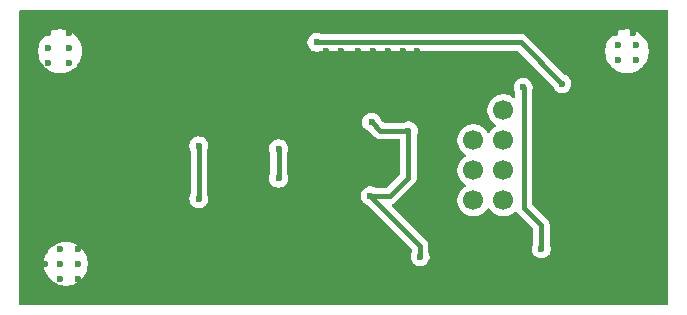
<source format=gbr>
%TF.GenerationSoftware,KiCad,Pcbnew,9.0.1-1.fc42*%
%TF.CreationDate,2025-04-12T13:57:23+02:00*%
%TF.ProjectId,ADF4158_PCB,41444634-3135-4385-9f50-43422e6b6963,rev?*%
%TF.SameCoordinates,Original*%
%TF.FileFunction,Copper,L2,Bot*%
%TF.FilePolarity,Positive*%
%FSLAX46Y46*%
G04 Gerber Fmt 4.6, Leading zero omitted, Abs format (unit mm)*
G04 Created by KiCad (PCBNEW 9.0.1-1.fc42) date 2025-04-12 13:57:23*
%MOMM*%
%LPD*%
G01*
G04 APERTURE LIST*
%TA.AperFunction,SMDPad,CuDef*%
%ADD10R,1.800000X4.200000*%
%TD*%
%TA.AperFunction,HeatsinkPad*%
%ADD11C,0.500000*%
%TD*%
%TA.AperFunction,HeatsinkPad*%
%ADD12R,1.680000X1.680000*%
%TD*%
%TA.AperFunction,SMDPad,CuDef*%
%ADD13R,4.200000X1.800000*%
%TD*%
%TA.AperFunction,ComponentPad*%
%ADD14R,1.700000X1.700000*%
%TD*%
%TA.AperFunction,ComponentPad*%
%ADD15C,1.700000*%
%TD*%
%TA.AperFunction,ViaPad*%
%ADD16C,0.600000*%
%TD*%
%TA.AperFunction,Conductor*%
%ADD17C,0.400000*%
%TD*%
G04 APERTURE END LIST*
D10*
%TO.P,J3,2,Ext*%
%TO.N,GND*%
X151700000Y-110900000D03*
X146300000Y-110900000D03*
%TD*%
D11*
%TO.P,U7,17,GND*%
%TO.N,GND*%
X169590000Y-101670000D03*
X170770000Y-101670000D03*
D12*
X170180000Y-101080000D03*
D11*
X169590000Y-100490000D03*
X170770000Y-100490000D03*
%TD*%
D13*
%TO.P,J2,2,Ext*%
%TO.N,GND*%
X124600000Y-104700000D03*
X124600000Y-99300000D03*
%TD*%
D14*
%TO.P,J1,1,Pin_1*%
%TO.N,GND*%
X161000000Y-96500000D03*
D15*
%TO.P,J1,2,Pin_2*%
%TO.N,/Connectors/power*%
X163540000Y-96500000D03*
%TO.P,J1,3,Pin_3*%
%TO.N,/muxout*%
X161000000Y-99040000D03*
%TO.P,J1,4,Pin_4*%
%TO.N,/ADF4158 + HMC391/le*%
X163540000Y-99040000D03*
%TO.P,J1,5,Pin_5*%
%TO.N,/ADF4158 + HMC391/data*%
X161000000Y-101580000D03*
%TO.P,J1,6,Pin_6*%
%TO.N,/ADF4158 + HMC391/clk*%
X163540000Y-101580000D03*
%TO.P,J1,7,Pin_7*%
%TO.N,/ADF4158 + HMC391/ce*%
X161000000Y-104120000D03*
%TO.P,J1,8,Pin_8*%
%TO.N,/ADF4158 + HMC391/txdata*%
X163540000Y-104120000D03*
%TD*%
D16*
%TO.N,+3V3*%
X155500000Y-98250000D03*
X152375000Y-97500000D03*
X156483602Y-108890226D03*
X152250000Y-103750000D03*
%TO.N,GND*%
X176250000Y-89750000D03*
X126750000Y-95500000D03*
X164750000Y-107250000D03*
X126000000Y-112000000D03*
X136500000Y-89000000D03*
X130500000Y-100750000D03*
X123500000Y-110750000D03*
X127500000Y-108250000D03*
X138500000Y-94750000D03*
X176500000Y-102500000D03*
X176250000Y-93500000D03*
X128500000Y-97000000D03*
X171000000Y-95500000D03*
X126750000Y-97000000D03*
X160250000Y-106500000D03*
X160700000Y-91800000D03*
X123500000Y-94000000D03*
X129000000Y-106000000D03*
X140750000Y-112250000D03*
X152500000Y-89000000D03*
X136100000Y-92600000D03*
X156250000Y-89000000D03*
X135800000Y-109200000D03*
X156250000Y-93250000D03*
X167000000Y-90500000D03*
X139000000Y-100750000D03*
X171500000Y-90000000D03*
X170750000Y-89000000D03*
X163250000Y-110750000D03*
X166250000Y-89000000D03*
X139500000Y-101750000D03*
X143800000Y-106500000D03*
X132000000Y-103250000D03*
X132000000Y-109500000D03*
X140500000Y-101750000D03*
X134800000Y-105200000D03*
X175500000Y-102500000D03*
X150500000Y-107250000D03*
X132000000Y-100750000D03*
X144250000Y-98000000D03*
X136500000Y-109300000D03*
X147000000Y-89000000D03*
X132400000Y-106300000D03*
X168500000Y-90500000D03*
X145800000Y-108500000D03*
X126000000Y-106000000D03*
X123500000Y-92500000D03*
X144250000Y-105000000D03*
X137300000Y-109300000D03*
X125000000Y-89000000D03*
X124750000Y-108250000D03*
X139200000Y-106700000D03*
X176750000Y-108500000D03*
X174000000Y-112000000D03*
X164750000Y-108250000D03*
X131250000Y-103250000D03*
X175750000Y-107750000D03*
X163250000Y-108250000D03*
X172500000Y-110750000D03*
X149100000Y-106600000D03*
X134800000Y-104500000D03*
X133250000Y-112000000D03*
X169250000Y-89000000D03*
X152000000Y-106250000D03*
X138900000Y-109300000D03*
X125000000Y-90000000D03*
X176250000Y-97000000D03*
X123500000Y-91250000D03*
X134500000Y-89000000D03*
X147100000Y-107700000D03*
X176500000Y-104000000D03*
X130500000Y-89000000D03*
X130500000Y-109500000D03*
X160250000Y-112000000D03*
X158250000Y-97500000D03*
X129750000Y-100750000D03*
X152500000Y-91500000D03*
X141000000Y-100750000D03*
X176250000Y-98000000D03*
X132500000Y-90000000D03*
X133250000Y-110750000D03*
X168500000Y-95500000D03*
X176750000Y-112000000D03*
X129000000Y-109500000D03*
X135000000Y-100750000D03*
X153250000Y-92250000D03*
X126750000Y-89000000D03*
X175750000Y-106250000D03*
X124750000Y-112000000D03*
X130500000Y-110750000D03*
X136200000Y-106600000D03*
X123500000Y-108250000D03*
X129000000Y-108250000D03*
X159250000Y-97750000D03*
X125000000Y-95500000D03*
X123500000Y-106000000D03*
X138250000Y-112250000D03*
X132500000Y-94000000D03*
X172000000Y-92250000D03*
X164750000Y-110750000D03*
X147500000Y-99250000D03*
X138000000Y-98500000D03*
X155250000Y-104500000D03*
X172500000Y-112000000D03*
X154500000Y-89000000D03*
X134500000Y-112250000D03*
X130500000Y-91250000D03*
X176250000Y-99250000D03*
X145100000Y-105900000D03*
X144250000Y-96750000D03*
X175500000Y-96000000D03*
X136100000Y-93400000D03*
X161900000Y-106200000D03*
X125000000Y-94000000D03*
X176250000Y-92250000D03*
X128250000Y-103250000D03*
X150800000Y-106300000D03*
X141750000Y-93500000D03*
X158700000Y-92800000D03*
X175250000Y-99250000D03*
X136000000Y-96500000D03*
X134400000Y-108600000D03*
X164750000Y-89000000D03*
X137000000Y-97500000D03*
X131100000Y-94000000D03*
X168000000Y-112000000D03*
X140500000Y-109300000D03*
X172000000Y-95000000D03*
X127500000Y-100500000D03*
X129000000Y-112000000D03*
X148500000Y-91500000D03*
X143250000Y-99500000D03*
X165000000Y-106000000D03*
X174500000Y-90000000D03*
X159750000Y-89000000D03*
X127500000Y-107000000D03*
X143700000Y-109200000D03*
X135600000Y-106300000D03*
X140750000Y-93500000D03*
X163250000Y-89000000D03*
X134750000Y-103750000D03*
X172500000Y-96250000D03*
X149750000Y-91500000D03*
X173000000Y-103500000D03*
X132000000Y-110750000D03*
X129750000Y-92000000D03*
X124750000Y-107000000D03*
X155500000Y-96000000D03*
X173500000Y-102500000D03*
X133300000Y-92800000D03*
X147500000Y-103750000D03*
X159250000Y-95750000D03*
X154100000Y-100000000D03*
X128500000Y-91250000D03*
X149000000Y-92750000D03*
X138100000Y-109300000D03*
X174750000Y-95000000D03*
X146000000Y-96750000D03*
X124750000Y-106000000D03*
X158500000Y-112000000D03*
X134250000Y-100750000D03*
X129750000Y-103250000D03*
X142900000Y-109300000D03*
X171500000Y-97500000D03*
X129000000Y-103250000D03*
X126750000Y-100250000D03*
X175500000Y-110750000D03*
X155000000Y-112000000D03*
X161500000Y-89000000D03*
X132200000Y-105600000D03*
X174750000Y-91000000D03*
X126750000Y-90000000D03*
X155000000Y-91500000D03*
X176750000Y-106750000D03*
X123500000Y-90000000D03*
X147750000Y-92750000D03*
X127500000Y-106000000D03*
X125000000Y-91250000D03*
X139500000Y-98500000D03*
X163250000Y-109500000D03*
X156000000Y-105500000D03*
X176250000Y-100250000D03*
X153750000Y-91500000D03*
X155000000Y-110750000D03*
X144400000Y-109000000D03*
X170500000Y-94500000D03*
X133500000Y-100750000D03*
X176250000Y-91000000D03*
X150000000Y-94250000D03*
X171000000Y-93000000D03*
X169750000Y-95500000D03*
X166250000Y-110750000D03*
X146900000Y-104300000D03*
X146750000Y-97750000D03*
X133800000Y-108100000D03*
X140800000Y-106700000D03*
X132200000Y-104800000D03*
X137600000Y-106700000D03*
X169250000Y-91500000D03*
X144500000Y-93500000D03*
X145700000Y-105500000D03*
X176750000Y-110250000D03*
X143000000Y-89000000D03*
X175250000Y-89000000D03*
X149250000Y-107500000D03*
X148750000Y-94250000D03*
X173250000Y-92250000D03*
X144500000Y-106300000D03*
X163500000Y-91800000D03*
X153250000Y-112000000D03*
X136750000Y-104250000D03*
X157000000Y-110750000D03*
X126000000Y-107000000D03*
X124750000Y-110750000D03*
X166250000Y-109500000D03*
X174000000Y-103500000D03*
X148750000Y-89000000D03*
X171500000Y-96500000D03*
X142000000Y-112250000D03*
X174000000Y-96000000D03*
X156250000Y-91500000D03*
X137000000Y-96500000D03*
X164750000Y-112000000D03*
X130500000Y-112000000D03*
X176500000Y-105250000D03*
X147750000Y-94750000D03*
X153250000Y-110750000D03*
X138750000Y-89000000D03*
X123500000Y-107000000D03*
X141600000Y-106700000D03*
X159900000Y-92800000D03*
X141300000Y-109300000D03*
X152000000Y-92750000D03*
X152500000Y-101600000D03*
X124750000Y-109500000D03*
X142250000Y-105250000D03*
X163250000Y-112000000D03*
X131250000Y-100750000D03*
X169500000Y-112000000D03*
X160250000Y-110750000D03*
X166250000Y-112000000D03*
X146500000Y-108100000D03*
X132000000Y-112000000D03*
X134500000Y-90000000D03*
X128250000Y-100750000D03*
X123500000Y-89000000D03*
X129000000Y-110750000D03*
X132500000Y-89000000D03*
X172000000Y-91000000D03*
X135750000Y-112250000D03*
X173250000Y-91000000D03*
X147600000Y-107200000D03*
X170000000Y-90500000D03*
X164750000Y-109500000D03*
X136900000Y-106700000D03*
X139700000Y-109300000D03*
X154000000Y-101500000D03*
X126750000Y-92500000D03*
X148000000Y-103250000D03*
X140750000Y-89000000D03*
X132500000Y-92400000D03*
X136000000Y-103250000D03*
X149250000Y-101750000D03*
X145000000Y-89000000D03*
X148200000Y-106600000D03*
X173750000Y-89000000D03*
X135100000Y-105800000D03*
X128500000Y-89000000D03*
X123500000Y-97000000D03*
X144500000Y-112250000D03*
X158700000Y-91800000D03*
X176250000Y-95000000D03*
X123500000Y-95500000D03*
X126000000Y-109500000D03*
X132500000Y-91250000D03*
X128500000Y-95500000D03*
X173250000Y-95000000D03*
X151000000Y-93750000D03*
X162250000Y-97750000D03*
X175500000Y-112000000D03*
X143250000Y-105250000D03*
X146300000Y-104900000D03*
X169500000Y-110750000D03*
X128500000Y-94000000D03*
X131500000Y-92000000D03*
X126750000Y-91250000D03*
X139750000Y-93500000D03*
X170750000Y-91500000D03*
X152750000Y-95750000D03*
X175250000Y-103750000D03*
X168500000Y-102500000D03*
X159250000Y-96750000D03*
X135750000Y-100750000D03*
X143250000Y-112250000D03*
X126000000Y-110750000D03*
X155500000Y-92500000D03*
X127500000Y-112000000D03*
X161750000Y-112000000D03*
X174750000Y-93500000D03*
X142100000Y-109300000D03*
X142250000Y-99500000D03*
X172250000Y-89000000D03*
X158500000Y-111000000D03*
X151250000Y-91500000D03*
X131100000Y-92800000D03*
X159250000Y-106500000D03*
X158000000Y-89000000D03*
X161750000Y-109500000D03*
X136500000Y-90000000D03*
X135250000Y-103250000D03*
X128500000Y-90000000D03*
X150500000Y-92750000D03*
X127500000Y-103500000D03*
X176250000Y-101250000D03*
X126750000Y-103750000D03*
X141750000Y-98750000D03*
X129000000Y-100750000D03*
X150500000Y-99500000D03*
X126750000Y-94000000D03*
X132700000Y-107000000D03*
X145100000Y-108800000D03*
X145250000Y-97500000D03*
X123500000Y-109500000D03*
X161750000Y-110750000D03*
X152500000Y-100000000D03*
X136750000Y-103250000D03*
X173250000Y-99250000D03*
X151750000Y-95750000D03*
X171000000Y-110750000D03*
X157300000Y-107200000D03*
X171000000Y-112000000D03*
X175250000Y-105000000D03*
X158250000Y-106500000D03*
X123500000Y-112000000D03*
X167750000Y-91500000D03*
X167750000Y-89000000D03*
X144500000Y-92500000D03*
X174250000Y-99250000D03*
X174500000Y-102500000D03*
X138400000Y-106700000D03*
X128500000Y-92500000D03*
X172000000Y-93500000D03*
X172500000Y-102500000D03*
X130500000Y-103250000D03*
X141000000Y-102750000D03*
X148000000Y-108000000D03*
X156750000Y-112000000D03*
X142250000Y-98000000D03*
X130500000Y-108250000D03*
X143100000Y-106700000D03*
X137000000Y-112250000D03*
X127500000Y-110750000D03*
X133200000Y-107600000D03*
X125000000Y-97000000D03*
X125000000Y-92500000D03*
X139500000Y-112250000D03*
X132250000Y-104000000D03*
X126000000Y-108250000D03*
X174000000Y-110750000D03*
X168000000Y-110750000D03*
X140000000Y-106700000D03*
X150500000Y-89000000D03*
X129000000Y-107000000D03*
X152000000Y-107250000D03*
X127500000Y-109500000D03*
X139000000Y-102750000D03*
X130500000Y-90000000D03*
X142400000Y-106700000D03*
X174750000Y-92250000D03*
X173250000Y-93500000D03*
X132750000Y-100750000D03*
X136500000Y-100750000D03*
X173000000Y-90000000D03*
X138500000Y-95500000D03*
X135100000Y-108900000D03*
%TO.N,+10V*%
X144500000Y-99750000D03*
X144500000Y-102250000D03*
%TO.N,+3V0*%
X137750000Y-99500000D03*
X137750000Y-104000000D03*
%TO.N,+12V*%
X168500000Y-94250000D03*
X147750000Y-90750000D03*
%TO.N,+5V*%
X166750000Y-108250000D03*
X165201969Y-94551969D03*
%TD*%
D17*
%TO.N,+3V3*%
X155500000Y-102200000D02*
X155500000Y-98250000D01*
X155500000Y-98250000D02*
X153125000Y-98250000D01*
X152250000Y-103750000D02*
X156483602Y-107983602D01*
X153950000Y-103750000D02*
X155500000Y-102200000D01*
X153125000Y-98250000D02*
X152375000Y-97500000D01*
X156483602Y-107983602D02*
X156483602Y-108890226D01*
X152250000Y-103750000D02*
X153950000Y-103750000D01*
%TO.N,+10V*%
X144500000Y-99750000D02*
X144500000Y-102250000D01*
%TO.N,+3V0*%
X137750000Y-99500000D02*
X137750000Y-104000000D01*
%TO.N,+12V*%
X168500000Y-94250000D02*
X165000000Y-90750000D01*
X165000000Y-90750000D02*
X147750000Y-90750000D01*
%TO.N,+5V*%
X165201969Y-94551969D02*
X165250000Y-94600000D01*
X166750000Y-106250000D02*
X166750000Y-108250000D01*
X165250000Y-104750000D02*
X166750000Y-106250000D01*
X165250000Y-94600000D02*
X165250000Y-104750000D01*
%TD*%
%TA.AperFunction,Conductor*%
%TO.N,GND*%
G36*
X177442539Y-88020185D02*
G01*
X177488294Y-88072989D01*
X177499500Y-88124500D01*
X177499500Y-112875500D01*
X177479815Y-112942539D01*
X177427011Y-112988294D01*
X177375500Y-112999500D01*
X122624500Y-112999500D01*
X122557461Y-112979815D01*
X122511706Y-112927011D01*
X122500500Y-112875500D01*
X122500500Y-109378711D01*
X124649500Y-109378711D01*
X124649500Y-109621288D01*
X124681161Y-109861785D01*
X124743947Y-110096104D01*
X124836773Y-110320205D01*
X124836776Y-110320212D01*
X124958064Y-110530289D01*
X124958066Y-110530292D01*
X124958067Y-110530293D01*
X125105733Y-110722736D01*
X125105739Y-110722743D01*
X125277256Y-110894260D01*
X125277262Y-110894265D01*
X125469711Y-111041936D01*
X125679788Y-111163224D01*
X125903900Y-111256054D01*
X126138211Y-111318838D01*
X126318586Y-111342584D01*
X126378711Y-111350500D01*
X126378712Y-111350500D01*
X126621289Y-111350500D01*
X126669388Y-111344167D01*
X126861789Y-111318838D01*
X127096100Y-111256054D01*
X127320212Y-111163224D01*
X127530289Y-111041936D01*
X127722738Y-110894265D01*
X127894265Y-110722738D01*
X128041936Y-110530289D01*
X128163224Y-110320212D01*
X128256054Y-110096100D01*
X128318838Y-109861789D01*
X128350500Y-109621288D01*
X128350500Y-109378712D01*
X128318838Y-109138211D01*
X128256054Y-108903900D01*
X128163224Y-108679788D01*
X128041936Y-108469711D01*
X127930988Y-108325120D01*
X127894266Y-108277263D01*
X127894260Y-108277256D01*
X127722743Y-108105739D01*
X127722736Y-108105733D01*
X127530293Y-107958067D01*
X127530292Y-107958066D01*
X127530289Y-107958064D01*
X127320212Y-107836776D01*
X127320205Y-107836773D01*
X127096104Y-107743947D01*
X126861785Y-107681161D01*
X126621289Y-107649500D01*
X126621288Y-107649500D01*
X126378712Y-107649500D01*
X126378711Y-107649500D01*
X126138214Y-107681161D01*
X125903895Y-107743947D01*
X125679794Y-107836773D01*
X125679785Y-107836777D01*
X125469706Y-107958067D01*
X125277263Y-108105733D01*
X125277256Y-108105739D01*
X125105739Y-108277256D01*
X125105733Y-108277263D01*
X124958067Y-108469706D01*
X124836777Y-108679785D01*
X124836773Y-108679794D01*
X124743947Y-108903895D01*
X124681161Y-109138214D01*
X124649500Y-109378711D01*
X122500500Y-109378711D01*
X122500500Y-99421153D01*
X136949500Y-99421153D01*
X136949500Y-99578846D01*
X136980261Y-99733489D01*
X136980264Y-99733501D01*
X137040061Y-99877864D01*
X137049500Y-99925316D01*
X137049500Y-103574684D01*
X137040061Y-103622136D01*
X136980264Y-103766498D01*
X136980261Y-103766510D01*
X136949500Y-103921153D01*
X136949500Y-104078846D01*
X136980261Y-104233489D01*
X136980264Y-104233501D01*
X137040602Y-104379172D01*
X137040609Y-104379185D01*
X137128210Y-104510288D01*
X137128213Y-104510292D01*
X137239707Y-104621786D01*
X137239711Y-104621789D01*
X137370814Y-104709390D01*
X137370827Y-104709397D01*
X137472385Y-104751463D01*
X137516503Y-104769737D01*
X137671153Y-104800499D01*
X137671156Y-104800500D01*
X137671158Y-104800500D01*
X137828844Y-104800500D01*
X137828845Y-104800499D01*
X137983497Y-104769737D01*
X138129179Y-104709394D01*
X138260289Y-104621789D01*
X138371789Y-104510289D01*
X138459394Y-104379179D01*
X138519737Y-104233497D01*
X138550500Y-104078842D01*
X138550500Y-103921158D01*
X138550500Y-103921155D01*
X138550499Y-103921153D01*
X138519738Y-103766510D01*
X138519737Y-103766503D01*
X138480242Y-103671153D01*
X151449500Y-103671153D01*
X151449500Y-103828846D01*
X151480261Y-103983489D01*
X151480264Y-103983501D01*
X151540602Y-104129172D01*
X151540609Y-104129185D01*
X151628210Y-104260288D01*
X151628213Y-104260292D01*
X151739707Y-104371786D01*
X151739711Y-104371789D01*
X151870814Y-104459390D01*
X151870827Y-104459397D01*
X152015187Y-104519192D01*
X152055416Y-104546072D01*
X155746783Y-108237439D01*
X155761486Y-108264366D01*
X155778079Y-108290185D01*
X155778970Y-108296385D01*
X155780268Y-108298762D01*
X155783102Y-108325120D01*
X155783102Y-108464910D01*
X155773663Y-108512362D01*
X155713866Y-108656724D01*
X155713863Y-108656736D01*
X155683102Y-108811379D01*
X155683102Y-108969072D01*
X155713863Y-109123715D01*
X155713866Y-109123727D01*
X155774204Y-109269398D01*
X155774211Y-109269411D01*
X155861812Y-109400514D01*
X155861815Y-109400518D01*
X155973309Y-109512012D01*
X155973313Y-109512015D01*
X156104416Y-109599616D01*
X156104429Y-109599623D01*
X156250100Y-109659961D01*
X156250105Y-109659963D01*
X156404755Y-109690725D01*
X156404758Y-109690726D01*
X156404760Y-109690726D01*
X156562446Y-109690726D01*
X156562447Y-109690725D01*
X156717099Y-109659963D01*
X156862781Y-109599620D01*
X156993891Y-109512015D01*
X157105391Y-109400515D01*
X157192996Y-109269405D01*
X157253339Y-109123723D01*
X157284102Y-108969068D01*
X157284102Y-108811384D01*
X157284102Y-108811381D01*
X157284101Y-108811379D01*
X157273939Y-108760292D01*
X157253339Y-108656729D01*
X157193541Y-108512362D01*
X157184102Y-108464910D01*
X157184102Y-107914606D01*
X157157183Y-107779279D01*
X157157182Y-107779278D01*
X157157182Y-107779274D01*
X157116543Y-107681162D01*
X157104380Y-107651797D01*
X157104373Y-107651784D01*
X157027717Y-107537061D01*
X157027716Y-107537060D01*
X156930144Y-107439488D01*
X154115782Y-104625125D01*
X154082297Y-104563802D01*
X154087281Y-104494110D01*
X154129153Y-104438177D01*
X154156011Y-104422883D01*
X154281807Y-104370777D01*
X154281808Y-104370776D01*
X154281811Y-104370775D01*
X154396543Y-104294114D01*
X156044114Y-102646543D01*
X156120775Y-102531811D01*
X156173580Y-102404328D01*
X156188595Y-102328842D01*
X156200500Y-102268996D01*
X156200500Y-98933713D01*
X159649500Y-98933713D01*
X159649500Y-99146286D01*
X159668541Y-99266510D01*
X159682754Y-99356243D01*
X159734824Y-99516498D01*
X159748444Y-99558414D01*
X159844951Y-99747820D01*
X159969890Y-99919786D01*
X160120213Y-100070109D01*
X160292182Y-100195050D01*
X160300946Y-100199516D01*
X160351742Y-100247491D01*
X160368536Y-100315312D01*
X160345998Y-100381447D01*
X160300946Y-100420484D01*
X160292182Y-100424949D01*
X160120213Y-100549890D01*
X159969890Y-100700213D01*
X159844951Y-100872179D01*
X159748444Y-101061585D01*
X159682753Y-101263760D01*
X159649500Y-101473713D01*
X159649500Y-101686286D01*
X159678935Y-101872136D01*
X159682754Y-101896243D01*
X159721831Y-102016510D01*
X159748444Y-102098414D01*
X159844951Y-102287820D01*
X159969890Y-102459786D01*
X160120213Y-102610109D01*
X160292182Y-102735050D01*
X160300946Y-102739516D01*
X160351742Y-102787491D01*
X160368536Y-102855312D01*
X160345998Y-102921447D01*
X160300946Y-102960484D01*
X160292182Y-102964949D01*
X160120213Y-103089890D01*
X159969890Y-103240213D01*
X159844951Y-103412179D01*
X159748444Y-103601585D01*
X159682753Y-103803760D01*
X159649500Y-104013713D01*
X159649500Y-104226286D01*
X159682531Y-104434839D01*
X159682754Y-104436243D01*
X159710897Y-104522859D01*
X159748444Y-104638414D01*
X159844951Y-104827820D01*
X159969890Y-104999786D01*
X160120213Y-105150109D01*
X160292179Y-105275048D01*
X160292181Y-105275049D01*
X160292184Y-105275051D01*
X160481588Y-105371557D01*
X160683757Y-105437246D01*
X160893713Y-105470500D01*
X160893714Y-105470500D01*
X161106286Y-105470500D01*
X161106287Y-105470500D01*
X161316243Y-105437246D01*
X161518412Y-105371557D01*
X161707816Y-105275051D01*
X161815870Y-105196546D01*
X161879786Y-105150109D01*
X161879788Y-105150106D01*
X161879792Y-105150104D01*
X162030104Y-104999792D01*
X162030106Y-104999788D01*
X162030109Y-104999786D01*
X162155048Y-104827820D01*
X162155047Y-104827820D01*
X162155051Y-104827816D01*
X162159514Y-104819054D01*
X162207488Y-104768259D01*
X162275308Y-104751463D01*
X162341444Y-104773999D01*
X162380486Y-104819056D01*
X162384951Y-104827820D01*
X162509890Y-104999786D01*
X162660213Y-105150109D01*
X162832179Y-105275048D01*
X162832181Y-105275049D01*
X162832184Y-105275051D01*
X163021588Y-105371557D01*
X163223757Y-105437246D01*
X163433713Y-105470500D01*
X163433714Y-105470500D01*
X163646286Y-105470500D01*
X163646287Y-105470500D01*
X163856243Y-105437246D01*
X164058412Y-105371557D01*
X164247816Y-105275051D01*
X164355870Y-105196546D01*
X164419786Y-105150109D01*
X164419788Y-105150106D01*
X164419792Y-105150104D01*
X164465853Y-105104042D01*
X164527174Y-105070558D01*
X164596865Y-105075542D01*
X164652799Y-105117413D01*
X164656636Y-105122834D01*
X164705887Y-105196545D01*
X164705888Y-105196546D01*
X166013181Y-106503837D01*
X166046666Y-106565160D01*
X166049500Y-106591518D01*
X166049500Y-107824684D01*
X166040061Y-107872136D01*
X165980264Y-108016498D01*
X165980261Y-108016510D01*
X165949500Y-108171153D01*
X165949500Y-108328846D01*
X165980261Y-108483489D01*
X165980264Y-108483501D01*
X166040602Y-108629172D01*
X166040609Y-108629185D01*
X166128210Y-108760288D01*
X166128213Y-108760292D01*
X166239707Y-108871786D01*
X166239711Y-108871789D01*
X166370814Y-108959390D01*
X166370827Y-108959397D01*
X166516498Y-109019735D01*
X166516503Y-109019737D01*
X166671153Y-109050499D01*
X166671156Y-109050500D01*
X166671158Y-109050500D01*
X166828844Y-109050500D01*
X166828845Y-109050499D01*
X166983497Y-109019737D01*
X167129179Y-108959394D01*
X167260289Y-108871789D01*
X167371789Y-108760289D01*
X167459394Y-108629179D01*
X167519737Y-108483497D01*
X167550500Y-108328842D01*
X167550500Y-108171158D01*
X167550500Y-108171155D01*
X167550499Y-108171153D01*
X167519738Y-108016510D01*
X167519737Y-108016503D01*
X167495531Y-107958064D01*
X167459939Y-107872136D01*
X167450500Y-107824684D01*
X167450500Y-106181004D01*
X167423581Y-106045677D01*
X167423580Y-106045676D01*
X167423580Y-106045672D01*
X167423578Y-106045667D01*
X167370778Y-105918195D01*
X167370771Y-105918182D01*
X167294115Y-105803459D01*
X167294114Y-105803458D01*
X167196542Y-105705886D01*
X165986819Y-104496162D01*
X165953334Y-104434839D01*
X165950500Y-104408481D01*
X165950500Y-94861326D01*
X165959939Y-94813873D01*
X165971706Y-94785466D01*
X166002469Y-94630811D01*
X166002469Y-94473127D01*
X166002469Y-94473124D01*
X166002468Y-94473122D01*
X165996791Y-94444583D01*
X165971706Y-94318472D01*
X165971704Y-94318467D01*
X165911366Y-94172796D01*
X165911359Y-94172783D01*
X165823758Y-94041680D01*
X165823755Y-94041676D01*
X165712261Y-93930182D01*
X165712257Y-93930179D01*
X165581154Y-93842578D01*
X165581141Y-93842571D01*
X165435470Y-93782233D01*
X165435458Y-93782230D01*
X165280814Y-93751469D01*
X165280811Y-93751469D01*
X165123127Y-93751469D01*
X165123124Y-93751469D01*
X164968479Y-93782230D01*
X164968467Y-93782233D01*
X164822796Y-93842571D01*
X164822783Y-93842578D01*
X164691680Y-93930179D01*
X164691676Y-93930182D01*
X164580182Y-94041676D01*
X164580179Y-94041680D01*
X164492578Y-94172783D01*
X164492571Y-94172796D01*
X164432233Y-94318467D01*
X164432230Y-94318479D01*
X164401469Y-94473122D01*
X164401469Y-94630815D01*
X164432230Y-94785458D01*
X164432233Y-94785470D01*
X164492571Y-94931141D01*
X164492575Y-94931148D01*
X164528602Y-94985066D01*
X164549480Y-95051743D01*
X164549500Y-95053957D01*
X164549500Y-95320770D01*
X164529815Y-95387809D01*
X164477011Y-95433564D01*
X164407853Y-95443508D01*
X164352615Y-95421089D01*
X164247815Y-95344948D01*
X164058414Y-95248444D01*
X164058413Y-95248443D01*
X164058412Y-95248443D01*
X163856243Y-95182754D01*
X163856241Y-95182753D01*
X163856240Y-95182753D01*
X163694957Y-95157208D01*
X163646287Y-95149500D01*
X163433713Y-95149500D01*
X163385042Y-95157208D01*
X163223760Y-95182753D01*
X163021585Y-95248444D01*
X162832179Y-95344951D01*
X162660213Y-95469890D01*
X162509890Y-95620213D01*
X162384951Y-95792179D01*
X162288444Y-95981585D01*
X162222753Y-96183760D01*
X162189500Y-96393713D01*
X162189500Y-96606287D01*
X162222754Y-96816243D01*
X162279117Y-96989711D01*
X162288444Y-97018414D01*
X162384951Y-97207820D01*
X162509890Y-97379786D01*
X162660213Y-97530109D01*
X162832182Y-97655050D01*
X162840946Y-97659516D01*
X162891742Y-97707491D01*
X162908536Y-97775312D01*
X162885998Y-97841447D01*
X162840946Y-97880484D01*
X162832182Y-97884949D01*
X162660213Y-98009890D01*
X162509890Y-98160213D01*
X162384949Y-98332182D01*
X162380484Y-98340946D01*
X162332509Y-98391742D01*
X162264688Y-98408536D01*
X162198553Y-98385998D01*
X162159516Y-98340946D01*
X162155050Y-98332182D01*
X162030109Y-98160213D01*
X161879786Y-98009890D01*
X161707820Y-97884951D01*
X161518414Y-97788444D01*
X161518413Y-97788443D01*
X161518412Y-97788443D01*
X161316243Y-97722754D01*
X161316241Y-97722753D01*
X161316240Y-97722753D01*
X161154957Y-97697208D01*
X161106287Y-97689500D01*
X160893713Y-97689500D01*
X160845042Y-97697208D01*
X160683760Y-97722753D01*
X160481585Y-97788444D01*
X160292179Y-97884951D01*
X160120213Y-98009890D01*
X159969890Y-98160213D01*
X159844951Y-98332179D01*
X159748444Y-98521585D01*
X159682753Y-98723760D01*
X159649500Y-98933713D01*
X156200500Y-98933713D01*
X156200500Y-98675316D01*
X156209939Y-98627864D01*
X156253959Y-98521588D01*
X156269737Y-98483497D01*
X156300500Y-98328842D01*
X156300500Y-98171158D01*
X156300500Y-98171155D01*
X156300499Y-98171153D01*
X156269738Y-98016510D01*
X156269737Y-98016503D01*
X156213397Y-97880484D01*
X156209397Y-97870827D01*
X156209390Y-97870814D01*
X156121789Y-97739711D01*
X156121786Y-97739707D01*
X156010292Y-97628213D01*
X156010288Y-97628210D01*
X155879185Y-97540609D01*
X155879172Y-97540602D01*
X155733501Y-97480264D01*
X155733489Y-97480261D01*
X155578845Y-97449500D01*
X155578842Y-97449500D01*
X155421158Y-97449500D01*
X155421155Y-97449500D01*
X155266510Y-97480261D01*
X155266498Y-97480264D01*
X155122136Y-97540061D01*
X155074684Y-97549500D01*
X153466519Y-97549500D01*
X153399480Y-97529815D01*
X153378838Y-97513181D01*
X153171071Y-97305414D01*
X153144191Y-97265185D01*
X153084397Y-97120827D01*
X153084390Y-97120814D01*
X152996789Y-96989711D01*
X152996786Y-96989707D01*
X152885292Y-96878213D01*
X152885288Y-96878210D01*
X152754185Y-96790609D01*
X152754172Y-96790602D01*
X152608501Y-96730264D01*
X152608489Y-96730261D01*
X152453845Y-96699500D01*
X152453842Y-96699500D01*
X152296158Y-96699500D01*
X152296155Y-96699500D01*
X152141510Y-96730261D01*
X152141498Y-96730264D01*
X151995827Y-96790602D01*
X151995814Y-96790609D01*
X151864711Y-96878210D01*
X151864707Y-96878213D01*
X151753213Y-96989707D01*
X151753210Y-96989711D01*
X151665609Y-97120814D01*
X151665602Y-97120827D01*
X151605264Y-97266498D01*
X151605261Y-97266510D01*
X151574500Y-97421153D01*
X151574500Y-97578846D01*
X151605261Y-97733489D01*
X151605264Y-97733501D01*
X151665602Y-97879172D01*
X151665609Y-97879185D01*
X151753210Y-98010288D01*
X151753213Y-98010292D01*
X151864707Y-98121786D01*
X151864711Y-98121789D01*
X151995814Y-98209390D01*
X151995827Y-98209397D01*
X152140185Y-98269191D01*
X152180414Y-98296071D01*
X152678453Y-98794111D01*
X152678454Y-98794112D01*
X152793190Y-98870776D01*
X152891790Y-98911617D01*
X152920671Y-98923580D01*
X152920672Y-98923580D01*
X152920677Y-98923582D01*
X152947545Y-98928925D01*
X152947551Y-98928926D01*
X152947591Y-98928934D01*
X153037937Y-98946905D01*
X153056006Y-98950500D01*
X153056007Y-98950500D01*
X154675500Y-98950500D01*
X154742539Y-98970185D01*
X154788294Y-99022989D01*
X154799500Y-99074500D01*
X154799500Y-101858481D01*
X154779815Y-101925520D01*
X154763181Y-101946162D01*
X153696162Y-103013181D01*
X153634839Y-103046666D01*
X153608481Y-103049500D01*
X152675316Y-103049500D01*
X152627864Y-103040061D01*
X152483501Y-102980264D01*
X152483489Y-102980261D01*
X152328845Y-102949500D01*
X152328842Y-102949500D01*
X152171158Y-102949500D01*
X152171155Y-102949500D01*
X152016510Y-102980261D01*
X152016498Y-102980264D01*
X151870827Y-103040602D01*
X151870814Y-103040609D01*
X151739711Y-103128210D01*
X151739707Y-103128213D01*
X151628213Y-103239707D01*
X151628210Y-103239711D01*
X151540609Y-103370814D01*
X151540602Y-103370827D01*
X151480264Y-103516498D01*
X151480261Y-103516510D01*
X151449500Y-103671153D01*
X138480242Y-103671153D01*
X138459939Y-103622136D01*
X138450500Y-103574684D01*
X138450500Y-99925316D01*
X138459939Y-99877864D01*
X138519735Y-99733501D01*
X138519737Y-99733497D01*
X138532138Y-99671153D01*
X143699500Y-99671153D01*
X143699500Y-99828846D01*
X143730261Y-99983489D01*
X143730264Y-99983501D01*
X143790061Y-100127864D01*
X143799500Y-100175316D01*
X143799500Y-101824684D01*
X143790061Y-101872136D01*
X143730264Y-102016498D01*
X143730261Y-102016510D01*
X143699500Y-102171153D01*
X143699500Y-102328846D01*
X143730261Y-102483489D01*
X143730264Y-102483501D01*
X143790602Y-102629172D01*
X143790609Y-102629185D01*
X143878210Y-102760288D01*
X143878213Y-102760292D01*
X143989707Y-102871786D01*
X143989711Y-102871789D01*
X144120814Y-102959390D01*
X144120827Y-102959397D01*
X144250675Y-103013181D01*
X144266503Y-103019737D01*
X144416131Y-103049500D01*
X144421153Y-103050499D01*
X144421156Y-103050500D01*
X144421158Y-103050500D01*
X144578844Y-103050500D01*
X144578845Y-103050499D01*
X144733497Y-103019737D01*
X144876543Y-102960486D01*
X144879172Y-102959397D01*
X144879172Y-102959396D01*
X144879179Y-102959394D01*
X145010289Y-102871789D01*
X145121789Y-102760289D01*
X145209394Y-102629179D01*
X145269737Y-102483497D01*
X145300500Y-102328842D01*
X145300500Y-102171158D01*
X145300500Y-102171155D01*
X145300499Y-102171153D01*
X145269738Y-102016510D01*
X145269737Y-102016503D01*
X145232051Y-101925520D01*
X145209939Y-101872136D01*
X145200500Y-101824684D01*
X145200500Y-100175316D01*
X145209939Y-100127864D01*
X145269735Y-99983501D01*
X145269737Y-99983497D01*
X145300500Y-99828842D01*
X145300500Y-99671158D01*
X145300500Y-99671155D01*
X145300499Y-99671153D01*
X145282137Y-99578842D01*
X145269737Y-99516503D01*
X145230242Y-99421153D01*
X145209397Y-99370827D01*
X145209390Y-99370814D01*
X145121789Y-99239711D01*
X145121786Y-99239707D01*
X145010292Y-99128213D01*
X145010288Y-99128210D01*
X144879185Y-99040609D01*
X144879172Y-99040602D01*
X144733501Y-98980264D01*
X144733489Y-98980261D01*
X144578845Y-98949500D01*
X144578842Y-98949500D01*
X144421158Y-98949500D01*
X144421155Y-98949500D01*
X144266510Y-98980261D01*
X144266498Y-98980264D01*
X144120827Y-99040602D01*
X144120814Y-99040609D01*
X143989711Y-99128210D01*
X143989707Y-99128213D01*
X143878213Y-99239707D01*
X143878210Y-99239711D01*
X143790609Y-99370814D01*
X143790602Y-99370827D01*
X143730264Y-99516498D01*
X143730261Y-99516510D01*
X143699500Y-99671153D01*
X138532138Y-99671153D01*
X138538161Y-99640874D01*
X138550500Y-99578844D01*
X138550500Y-99421155D01*
X138550499Y-99421153D01*
X138540486Y-99370814D01*
X138519737Y-99266503D01*
X138519735Y-99266498D01*
X138459397Y-99120827D01*
X138459390Y-99120814D01*
X138371789Y-98989711D01*
X138371786Y-98989707D01*
X138260292Y-98878213D01*
X138260288Y-98878210D01*
X138129185Y-98790609D01*
X138129172Y-98790602D01*
X137983501Y-98730264D01*
X137983489Y-98730261D01*
X137828845Y-98699500D01*
X137828842Y-98699500D01*
X137671158Y-98699500D01*
X137671155Y-98699500D01*
X137516510Y-98730261D01*
X137516498Y-98730264D01*
X137370827Y-98790602D01*
X137370814Y-98790609D01*
X137239711Y-98878210D01*
X137239707Y-98878213D01*
X137128213Y-98989707D01*
X137128210Y-98989711D01*
X137040609Y-99120814D01*
X137040602Y-99120827D01*
X136980264Y-99266498D01*
X136980261Y-99266510D01*
X136949500Y-99421153D01*
X122500500Y-99421153D01*
X122500500Y-91378711D01*
X124149500Y-91378711D01*
X124149500Y-91621288D01*
X124181161Y-91861785D01*
X124243947Y-92096104D01*
X124336773Y-92320205D01*
X124336776Y-92320212D01*
X124458064Y-92530289D01*
X124458066Y-92530292D01*
X124458067Y-92530293D01*
X124605733Y-92722736D01*
X124605739Y-92722743D01*
X124777256Y-92894260D01*
X124777262Y-92894265D01*
X124969711Y-93041936D01*
X125179788Y-93163224D01*
X125403900Y-93256054D01*
X125638211Y-93318838D01*
X125818586Y-93342584D01*
X125878711Y-93350500D01*
X125878712Y-93350500D01*
X126121289Y-93350500D01*
X126169388Y-93344167D01*
X126361789Y-93318838D01*
X126596100Y-93256054D01*
X126820212Y-93163224D01*
X127030289Y-93041936D01*
X127222738Y-92894265D01*
X127394265Y-92722738D01*
X127541936Y-92530289D01*
X127663224Y-92320212D01*
X127756054Y-92096100D01*
X127818838Y-91861789D01*
X127850500Y-91621288D01*
X127850500Y-91378712D01*
X127818838Y-91138211D01*
X127756054Y-90903900D01*
X127676782Y-90712519D01*
X127663227Y-90679794D01*
X127663222Y-90679785D01*
X127658241Y-90671158D01*
X127658238Y-90671153D01*
X146949500Y-90671153D01*
X146949500Y-90828846D01*
X146980261Y-90983489D01*
X146980264Y-90983501D01*
X147040602Y-91129172D01*
X147040609Y-91129185D01*
X147128210Y-91260288D01*
X147128213Y-91260292D01*
X147239707Y-91371786D01*
X147239711Y-91371789D01*
X147370814Y-91459390D01*
X147370827Y-91459397D01*
X147437031Y-91486819D01*
X147516503Y-91519737D01*
X147671153Y-91550499D01*
X147671156Y-91550500D01*
X147671158Y-91550500D01*
X147828844Y-91550500D01*
X147828845Y-91550499D01*
X147983497Y-91519737D01*
X148062969Y-91486819D01*
X148127864Y-91459939D01*
X148175316Y-91450500D01*
X164658481Y-91450500D01*
X164725520Y-91470185D01*
X164746162Y-91486819D01*
X167703927Y-94444583D01*
X167730807Y-94484812D01*
X167790602Y-94629172D01*
X167790609Y-94629185D01*
X167878210Y-94760288D01*
X167878213Y-94760292D01*
X167989707Y-94871786D01*
X167989711Y-94871789D01*
X168120814Y-94959390D01*
X168120827Y-94959397D01*
X168266498Y-95019735D01*
X168266503Y-95019737D01*
X168421153Y-95050499D01*
X168421156Y-95050500D01*
X168421158Y-95050500D01*
X168578844Y-95050500D01*
X168578845Y-95050499D01*
X168733497Y-95019737D01*
X168879179Y-94959394D01*
X169010289Y-94871789D01*
X169121789Y-94760289D01*
X169209394Y-94629179D01*
X169269737Y-94483497D01*
X169300500Y-94328842D01*
X169300500Y-94171158D01*
X169300500Y-94171155D01*
X169300499Y-94171153D01*
X169269738Y-94016510D01*
X169269737Y-94016503D01*
X169233981Y-93930179D01*
X169209397Y-93870827D01*
X169209390Y-93870814D01*
X169121789Y-93739711D01*
X169121786Y-93739707D01*
X169010292Y-93628213D01*
X169010288Y-93628210D01*
X168879185Y-93540609D01*
X168879172Y-93540602D01*
X168734812Y-93480807D01*
X168694583Y-93453927D01*
X166702991Y-91462334D01*
X166619368Y-91378711D01*
X172149500Y-91378711D01*
X172149500Y-91621288D01*
X172181161Y-91861785D01*
X172243947Y-92096104D01*
X172336773Y-92320205D01*
X172336776Y-92320212D01*
X172458064Y-92530289D01*
X172458066Y-92530292D01*
X172458067Y-92530293D01*
X172605733Y-92722736D01*
X172605739Y-92722743D01*
X172777256Y-92894260D01*
X172777262Y-92894265D01*
X172969711Y-93041936D01*
X173179788Y-93163224D01*
X173403900Y-93256054D01*
X173638211Y-93318838D01*
X173818586Y-93342584D01*
X173878711Y-93350500D01*
X173878712Y-93350500D01*
X174121289Y-93350500D01*
X174169388Y-93344167D01*
X174361789Y-93318838D01*
X174596100Y-93256054D01*
X174820212Y-93163224D01*
X175030289Y-93041936D01*
X175222738Y-92894265D01*
X175394265Y-92722738D01*
X175541936Y-92530289D01*
X175663224Y-92320212D01*
X175756054Y-92096100D01*
X175818838Y-91861789D01*
X175850500Y-91621288D01*
X175850500Y-91378712D01*
X175818838Y-91138211D01*
X175756054Y-90903900D01*
X175663224Y-90679788D01*
X175541936Y-90469711D01*
X175394265Y-90277262D01*
X175394260Y-90277256D01*
X175222743Y-90105739D01*
X175222736Y-90105733D01*
X175030293Y-89958067D01*
X175030292Y-89958066D01*
X175030289Y-89958064D01*
X174820212Y-89836776D01*
X174820205Y-89836773D01*
X174596104Y-89743947D01*
X174361785Y-89681161D01*
X174121289Y-89649500D01*
X174121288Y-89649500D01*
X173878712Y-89649500D01*
X173878711Y-89649500D01*
X173638214Y-89681161D01*
X173403895Y-89743947D01*
X173179794Y-89836773D01*
X173179785Y-89836777D01*
X172969706Y-89958067D01*
X172777263Y-90105733D01*
X172777256Y-90105739D01*
X172605739Y-90277256D01*
X172605733Y-90277263D01*
X172458067Y-90469706D01*
X172336777Y-90679785D01*
X172336773Y-90679794D01*
X172243947Y-90903895D01*
X172181161Y-91138214D01*
X172149500Y-91378711D01*
X166619368Y-91378711D01*
X165446546Y-90205888D01*
X165446545Y-90205887D01*
X165331807Y-90129222D01*
X165204332Y-90076421D01*
X165204322Y-90076418D01*
X165068996Y-90049500D01*
X165068994Y-90049500D01*
X165068993Y-90049500D01*
X148175316Y-90049500D01*
X148127864Y-90040061D01*
X147983501Y-89980264D01*
X147983489Y-89980261D01*
X147828845Y-89949500D01*
X147828842Y-89949500D01*
X147671158Y-89949500D01*
X147671155Y-89949500D01*
X147516510Y-89980261D01*
X147516498Y-89980264D01*
X147370827Y-90040602D01*
X147370814Y-90040609D01*
X147239711Y-90128210D01*
X147239707Y-90128213D01*
X147128213Y-90239707D01*
X147128210Y-90239711D01*
X147040609Y-90370814D01*
X147040602Y-90370827D01*
X146980264Y-90516498D01*
X146980261Y-90516510D01*
X146949500Y-90671153D01*
X127658238Y-90671153D01*
X127541936Y-90469711D01*
X127394265Y-90277262D01*
X127394260Y-90277256D01*
X127222743Y-90105739D01*
X127222736Y-90105733D01*
X127030293Y-89958067D01*
X127030292Y-89958066D01*
X127030289Y-89958064D01*
X126820212Y-89836776D01*
X126820205Y-89836773D01*
X126596104Y-89743947D01*
X126361785Y-89681161D01*
X126121289Y-89649500D01*
X126121288Y-89649500D01*
X125878712Y-89649500D01*
X125878711Y-89649500D01*
X125638214Y-89681161D01*
X125403895Y-89743947D01*
X125179794Y-89836773D01*
X125179785Y-89836777D01*
X124969706Y-89958067D01*
X124777263Y-90105733D01*
X124777256Y-90105739D01*
X124605739Y-90277256D01*
X124605733Y-90277263D01*
X124458067Y-90469706D01*
X124336777Y-90679785D01*
X124336773Y-90679794D01*
X124243947Y-90903895D01*
X124181161Y-91138214D01*
X124149500Y-91378711D01*
X122500500Y-91378711D01*
X122500500Y-88124500D01*
X122520185Y-88057461D01*
X122572989Y-88011706D01*
X122624500Y-88000500D01*
X177375500Y-88000500D01*
X177442539Y-88020185D01*
G37*
%TD.AperFunction*%
%TD*%
M02*

</source>
